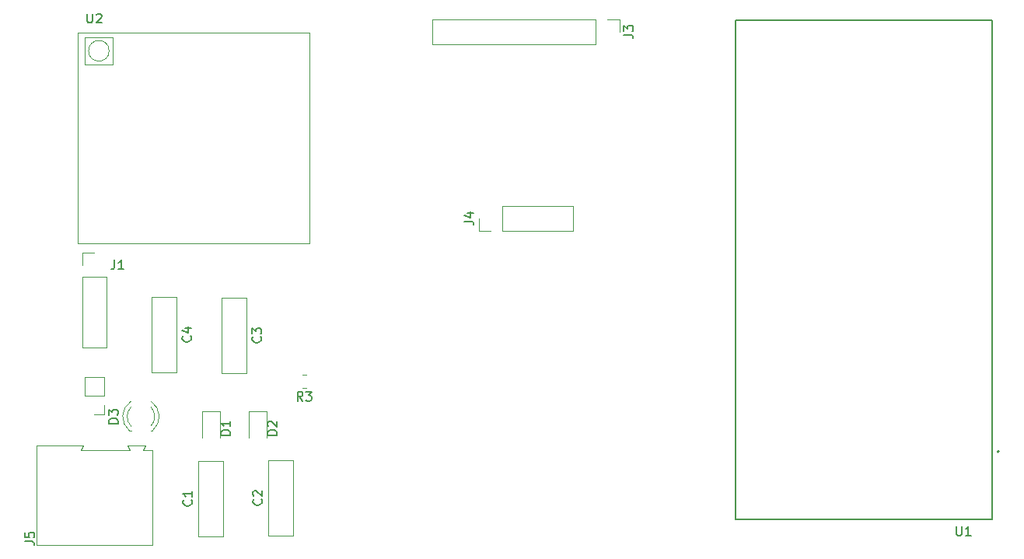
<source format=gbr>
%TF.GenerationSoftware,KiCad,Pcbnew,7.0.9*%
%TF.CreationDate,2024-06-26T15:28:39+02:00*%
%TF.ProjectId,esp32-with-gsm,65737033-322d-4776-9974-682d67736d2e,rev?*%
%TF.SameCoordinates,Original*%
%TF.FileFunction,Legend,Top*%
%TF.FilePolarity,Positive*%
%FSLAX46Y46*%
G04 Gerber Fmt 4.6, Leading zero omitted, Abs format (unit mm)*
G04 Created by KiCad (PCBNEW 7.0.9) date 2024-06-26 15:28:39*
%MOMM*%
%LPD*%
G01*
G04 APERTURE LIST*
%ADD10C,0.150000*%
%ADD11C,0.120000*%
%ADD12C,0.127000*%
%ADD13C,0.200000*%
G04 APERTURE END LIST*
D10*
X121484819Y-97258094D02*
X120484819Y-97258094D01*
X120484819Y-97258094D02*
X120484819Y-97019999D01*
X120484819Y-97019999D02*
X120532438Y-96877142D01*
X120532438Y-96877142D02*
X120627676Y-96781904D01*
X120627676Y-96781904D02*
X120722914Y-96734285D01*
X120722914Y-96734285D02*
X120913390Y-96686666D01*
X120913390Y-96686666D02*
X121056247Y-96686666D01*
X121056247Y-96686666D02*
X121246723Y-96734285D01*
X121246723Y-96734285D02*
X121341961Y-96781904D01*
X121341961Y-96781904D02*
X121437200Y-96877142D01*
X121437200Y-96877142D02*
X121484819Y-97019999D01*
X121484819Y-97019999D02*
X121484819Y-97258094D01*
X120580057Y-96305713D02*
X120532438Y-96258094D01*
X120532438Y-96258094D02*
X120484819Y-96162856D01*
X120484819Y-96162856D02*
X120484819Y-95924761D01*
X120484819Y-95924761D02*
X120532438Y-95829523D01*
X120532438Y-95829523D02*
X120580057Y-95781904D01*
X120580057Y-95781904D02*
X120675295Y-95734285D01*
X120675295Y-95734285D02*
X120770533Y-95734285D01*
X120770533Y-95734285D02*
X120913390Y-95781904D01*
X120913390Y-95781904D02*
X121484819Y-96353332D01*
X121484819Y-96353332D02*
X121484819Y-95734285D01*
X124293333Y-93544819D02*
X123960000Y-93068628D01*
X123721905Y-93544819D02*
X123721905Y-92544819D01*
X123721905Y-92544819D02*
X124102857Y-92544819D01*
X124102857Y-92544819D02*
X124198095Y-92592438D01*
X124198095Y-92592438D02*
X124245714Y-92640057D01*
X124245714Y-92640057D02*
X124293333Y-92735295D01*
X124293333Y-92735295D02*
X124293333Y-92878152D01*
X124293333Y-92878152D02*
X124245714Y-92973390D01*
X124245714Y-92973390D02*
X124198095Y-93021009D01*
X124198095Y-93021009D02*
X124102857Y-93068628D01*
X124102857Y-93068628D02*
X123721905Y-93068628D01*
X124626667Y-92544819D02*
X125245714Y-92544819D01*
X125245714Y-92544819D02*
X124912381Y-92925771D01*
X124912381Y-92925771D02*
X125055238Y-92925771D01*
X125055238Y-92925771D02*
X125150476Y-92973390D01*
X125150476Y-92973390D02*
X125198095Y-93021009D01*
X125198095Y-93021009D02*
X125245714Y-93116247D01*
X125245714Y-93116247D02*
X125245714Y-93354342D01*
X125245714Y-93354342D02*
X125198095Y-93449580D01*
X125198095Y-93449580D02*
X125150476Y-93497200D01*
X125150476Y-93497200D02*
X125055238Y-93544819D01*
X125055238Y-93544819D02*
X124769524Y-93544819D01*
X124769524Y-93544819D02*
X124674286Y-93497200D01*
X124674286Y-93497200D02*
X124626667Y-93449580D01*
X112159580Y-104346666D02*
X112207200Y-104394285D01*
X112207200Y-104394285D02*
X112254819Y-104537142D01*
X112254819Y-104537142D02*
X112254819Y-104632380D01*
X112254819Y-104632380D02*
X112207200Y-104775237D01*
X112207200Y-104775237D02*
X112111961Y-104870475D01*
X112111961Y-104870475D02*
X112016723Y-104918094D01*
X112016723Y-104918094D02*
X111826247Y-104965713D01*
X111826247Y-104965713D02*
X111683390Y-104965713D01*
X111683390Y-104965713D02*
X111492914Y-104918094D01*
X111492914Y-104918094D02*
X111397676Y-104870475D01*
X111397676Y-104870475D02*
X111302438Y-104775237D01*
X111302438Y-104775237D02*
X111254819Y-104632380D01*
X111254819Y-104632380D02*
X111254819Y-104537142D01*
X111254819Y-104537142D02*
X111302438Y-104394285D01*
X111302438Y-104394285D02*
X111350057Y-104346666D01*
X112254819Y-103394285D02*
X112254819Y-103965713D01*
X112254819Y-103679999D02*
X111254819Y-103679999D01*
X111254819Y-103679999D02*
X111397676Y-103775237D01*
X111397676Y-103775237D02*
X111492914Y-103870475D01*
X111492914Y-103870475D02*
X111540533Y-103965713D01*
X100838095Y-51374819D02*
X100838095Y-52184342D01*
X100838095Y-52184342D02*
X100885714Y-52279580D01*
X100885714Y-52279580D02*
X100933333Y-52327200D01*
X100933333Y-52327200D02*
X101028571Y-52374819D01*
X101028571Y-52374819D02*
X101219047Y-52374819D01*
X101219047Y-52374819D02*
X101314285Y-52327200D01*
X101314285Y-52327200D02*
X101361904Y-52279580D01*
X101361904Y-52279580D02*
X101409523Y-52184342D01*
X101409523Y-52184342D02*
X101409523Y-51374819D01*
X101838095Y-51470057D02*
X101885714Y-51422438D01*
X101885714Y-51422438D02*
X101980952Y-51374819D01*
X101980952Y-51374819D02*
X102219047Y-51374819D01*
X102219047Y-51374819D02*
X102314285Y-51422438D01*
X102314285Y-51422438D02*
X102361904Y-51470057D01*
X102361904Y-51470057D02*
X102409523Y-51565295D01*
X102409523Y-51565295D02*
X102409523Y-51660533D01*
X102409523Y-51660533D02*
X102361904Y-51803390D01*
X102361904Y-51803390D02*
X101790476Y-52374819D01*
X101790476Y-52374819D02*
X102409523Y-52374819D01*
X119779580Y-104266666D02*
X119827200Y-104314285D01*
X119827200Y-104314285D02*
X119874819Y-104457142D01*
X119874819Y-104457142D02*
X119874819Y-104552380D01*
X119874819Y-104552380D02*
X119827200Y-104695237D01*
X119827200Y-104695237D02*
X119731961Y-104790475D01*
X119731961Y-104790475D02*
X119636723Y-104838094D01*
X119636723Y-104838094D02*
X119446247Y-104885713D01*
X119446247Y-104885713D02*
X119303390Y-104885713D01*
X119303390Y-104885713D02*
X119112914Y-104838094D01*
X119112914Y-104838094D02*
X119017676Y-104790475D01*
X119017676Y-104790475D02*
X118922438Y-104695237D01*
X118922438Y-104695237D02*
X118874819Y-104552380D01*
X118874819Y-104552380D02*
X118874819Y-104457142D01*
X118874819Y-104457142D02*
X118922438Y-104314285D01*
X118922438Y-104314285D02*
X118970057Y-104266666D01*
X118970057Y-103885713D02*
X118922438Y-103838094D01*
X118922438Y-103838094D02*
X118874819Y-103742856D01*
X118874819Y-103742856D02*
X118874819Y-103504761D01*
X118874819Y-103504761D02*
X118922438Y-103409523D01*
X118922438Y-103409523D02*
X118970057Y-103361904D01*
X118970057Y-103361904D02*
X119065295Y-103314285D01*
X119065295Y-103314285D02*
X119160533Y-103314285D01*
X119160533Y-103314285D02*
X119303390Y-103361904D01*
X119303390Y-103361904D02*
X119874819Y-103933332D01*
X119874819Y-103933332D02*
X119874819Y-103314285D01*
X103806666Y-78194819D02*
X103806666Y-78909104D01*
X103806666Y-78909104D02*
X103759047Y-79051961D01*
X103759047Y-79051961D02*
X103663809Y-79147200D01*
X103663809Y-79147200D02*
X103520952Y-79194819D01*
X103520952Y-79194819D02*
X103425714Y-79194819D01*
X104806666Y-79194819D02*
X104235238Y-79194819D01*
X104520952Y-79194819D02*
X104520952Y-78194819D01*
X104520952Y-78194819D02*
X104425714Y-78337676D01*
X104425714Y-78337676D02*
X104330476Y-78432914D01*
X104330476Y-78432914D02*
X104235238Y-78480533D01*
X195486976Y-107200657D02*
X195486976Y-108010493D01*
X195486976Y-108010493D02*
X195534613Y-108105768D01*
X195534613Y-108105768D02*
X195582251Y-108153406D01*
X195582251Y-108153406D02*
X195677525Y-108201043D01*
X195677525Y-108201043D02*
X195868075Y-108201043D01*
X195868075Y-108201043D02*
X195963350Y-108153406D01*
X195963350Y-108153406D02*
X196010987Y-108105768D01*
X196010987Y-108105768D02*
X196058625Y-108010493D01*
X196058625Y-108010493D02*
X196058625Y-107200657D01*
X197059010Y-108201043D02*
X196487361Y-108201043D01*
X196773186Y-108201043D02*
X196773186Y-107200657D01*
X196773186Y-107200657D02*
X196677911Y-107343569D01*
X196677911Y-107343569D02*
X196582636Y-107438844D01*
X196582636Y-107438844D02*
X196487361Y-107486482D01*
X141904819Y-73993333D02*
X142619104Y-73993333D01*
X142619104Y-73993333D02*
X142761961Y-74040952D01*
X142761961Y-74040952D02*
X142857200Y-74136190D01*
X142857200Y-74136190D02*
X142904819Y-74279047D01*
X142904819Y-74279047D02*
X142904819Y-74374285D01*
X142238152Y-73088571D02*
X142904819Y-73088571D01*
X141857200Y-73326666D02*
X142571485Y-73564761D01*
X142571485Y-73564761D02*
X142571485Y-72945714D01*
X119699580Y-86566666D02*
X119747200Y-86614285D01*
X119747200Y-86614285D02*
X119794819Y-86757142D01*
X119794819Y-86757142D02*
X119794819Y-86852380D01*
X119794819Y-86852380D02*
X119747200Y-86995237D01*
X119747200Y-86995237D02*
X119651961Y-87090475D01*
X119651961Y-87090475D02*
X119556723Y-87138094D01*
X119556723Y-87138094D02*
X119366247Y-87185713D01*
X119366247Y-87185713D02*
X119223390Y-87185713D01*
X119223390Y-87185713D02*
X119032914Y-87138094D01*
X119032914Y-87138094D02*
X118937676Y-87090475D01*
X118937676Y-87090475D02*
X118842438Y-86995237D01*
X118842438Y-86995237D02*
X118794819Y-86852380D01*
X118794819Y-86852380D02*
X118794819Y-86757142D01*
X118794819Y-86757142D02*
X118842438Y-86614285D01*
X118842438Y-86614285D02*
X118890057Y-86566666D01*
X118794819Y-86233332D02*
X118794819Y-85614285D01*
X118794819Y-85614285D02*
X119175771Y-85947618D01*
X119175771Y-85947618D02*
X119175771Y-85804761D01*
X119175771Y-85804761D02*
X119223390Y-85709523D01*
X119223390Y-85709523D02*
X119271009Y-85661904D01*
X119271009Y-85661904D02*
X119366247Y-85614285D01*
X119366247Y-85614285D02*
X119604342Y-85614285D01*
X119604342Y-85614285D02*
X119699580Y-85661904D01*
X119699580Y-85661904D02*
X119747200Y-85709523D01*
X119747200Y-85709523D02*
X119794819Y-85804761D01*
X119794819Y-85804761D02*
X119794819Y-86090475D01*
X119794819Y-86090475D02*
X119747200Y-86185713D01*
X119747200Y-86185713D02*
X119699580Y-86233332D01*
X104174819Y-95988094D02*
X103174819Y-95988094D01*
X103174819Y-95988094D02*
X103174819Y-95749999D01*
X103174819Y-95749999D02*
X103222438Y-95607142D01*
X103222438Y-95607142D02*
X103317676Y-95511904D01*
X103317676Y-95511904D02*
X103412914Y-95464285D01*
X103412914Y-95464285D02*
X103603390Y-95416666D01*
X103603390Y-95416666D02*
X103746247Y-95416666D01*
X103746247Y-95416666D02*
X103936723Y-95464285D01*
X103936723Y-95464285D02*
X104031961Y-95511904D01*
X104031961Y-95511904D02*
X104127200Y-95607142D01*
X104127200Y-95607142D02*
X104174819Y-95749999D01*
X104174819Y-95749999D02*
X104174819Y-95988094D01*
X103174819Y-95083332D02*
X103174819Y-94464285D01*
X103174819Y-94464285D02*
X103555771Y-94797618D01*
X103555771Y-94797618D02*
X103555771Y-94654761D01*
X103555771Y-94654761D02*
X103603390Y-94559523D01*
X103603390Y-94559523D02*
X103651009Y-94511904D01*
X103651009Y-94511904D02*
X103746247Y-94464285D01*
X103746247Y-94464285D02*
X103984342Y-94464285D01*
X103984342Y-94464285D02*
X104079580Y-94511904D01*
X104079580Y-94511904D02*
X104127200Y-94559523D01*
X104127200Y-94559523D02*
X104174819Y-94654761D01*
X104174819Y-94654761D02*
X104174819Y-94940475D01*
X104174819Y-94940475D02*
X104127200Y-95035713D01*
X104127200Y-95035713D02*
X104079580Y-95083332D01*
X94064819Y-108853333D02*
X94779104Y-108853333D01*
X94779104Y-108853333D02*
X94921961Y-108900952D01*
X94921961Y-108900952D02*
X95017200Y-108996190D01*
X95017200Y-108996190D02*
X95064819Y-109139047D01*
X95064819Y-109139047D02*
X95064819Y-109234285D01*
X94064819Y-107900952D02*
X94064819Y-108377142D01*
X94064819Y-108377142D02*
X94541009Y-108424761D01*
X94541009Y-108424761D02*
X94493390Y-108377142D01*
X94493390Y-108377142D02*
X94445771Y-108281904D01*
X94445771Y-108281904D02*
X94445771Y-108043809D01*
X94445771Y-108043809D02*
X94493390Y-107948571D01*
X94493390Y-107948571D02*
X94541009Y-107900952D01*
X94541009Y-107900952D02*
X94636247Y-107853333D01*
X94636247Y-107853333D02*
X94874342Y-107853333D01*
X94874342Y-107853333D02*
X94969580Y-107900952D01*
X94969580Y-107900952D02*
X95017200Y-107948571D01*
X95017200Y-107948571D02*
X95064819Y-108043809D01*
X95064819Y-108043809D02*
X95064819Y-108281904D01*
X95064819Y-108281904D02*
X95017200Y-108377142D01*
X95017200Y-108377142D02*
X94969580Y-108424761D01*
X112079580Y-86486666D02*
X112127200Y-86534285D01*
X112127200Y-86534285D02*
X112174819Y-86677142D01*
X112174819Y-86677142D02*
X112174819Y-86772380D01*
X112174819Y-86772380D02*
X112127200Y-86915237D01*
X112127200Y-86915237D02*
X112031961Y-87010475D01*
X112031961Y-87010475D02*
X111936723Y-87058094D01*
X111936723Y-87058094D02*
X111746247Y-87105713D01*
X111746247Y-87105713D02*
X111603390Y-87105713D01*
X111603390Y-87105713D02*
X111412914Y-87058094D01*
X111412914Y-87058094D02*
X111317676Y-87010475D01*
X111317676Y-87010475D02*
X111222438Y-86915237D01*
X111222438Y-86915237D02*
X111174819Y-86772380D01*
X111174819Y-86772380D02*
X111174819Y-86677142D01*
X111174819Y-86677142D02*
X111222438Y-86534285D01*
X111222438Y-86534285D02*
X111270057Y-86486666D01*
X111508152Y-85629523D02*
X112174819Y-85629523D01*
X111127200Y-85867618D02*
X111841485Y-86105713D01*
X111841485Y-86105713D02*
X111841485Y-85486666D01*
X159264819Y-53673333D02*
X159979104Y-53673333D01*
X159979104Y-53673333D02*
X160121961Y-53720952D01*
X160121961Y-53720952D02*
X160217200Y-53816190D01*
X160217200Y-53816190D02*
X160264819Y-53959047D01*
X160264819Y-53959047D02*
X160264819Y-54054285D01*
X159264819Y-53292380D02*
X159264819Y-52673333D01*
X159264819Y-52673333D02*
X159645771Y-53006666D01*
X159645771Y-53006666D02*
X159645771Y-52863809D01*
X159645771Y-52863809D02*
X159693390Y-52768571D01*
X159693390Y-52768571D02*
X159741009Y-52720952D01*
X159741009Y-52720952D02*
X159836247Y-52673333D01*
X159836247Y-52673333D02*
X160074342Y-52673333D01*
X160074342Y-52673333D02*
X160169580Y-52720952D01*
X160169580Y-52720952D02*
X160217200Y-52768571D01*
X160217200Y-52768571D02*
X160264819Y-52863809D01*
X160264819Y-52863809D02*
X160264819Y-53149523D01*
X160264819Y-53149523D02*
X160217200Y-53244761D01*
X160217200Y-53244761D02*
X160169580Y-53292380D01*
X116404819Y-97258094D02*
X115404819Y-97258094D01*
X115404819Y-97258094D02*
X115404819Y-97019999D01*
X115404819Y-97019999D02*
X115452438Y-96877142D01*
X115452438Y-96877142D02*
X115547676Y-96781904D01*
X115547676Y-96781904D02*
X115642914Y-96734285D01*
X115642914Y-96734285D02*
X115833390Y-96686666D01*
X115833390Y-96686666D02*
X115976247Y-96686666D01*
X115976247Y-96686666D02*
X116166723Y-96734285D01*
X116166723Y-96734285D02*
X116261961Y-96781904D01*
X116261961Y-96781904D02*
X116357200Y-96877142D01*
X116357200Y-96877142D02*
X116404819Y-97019999D01*
X116404819Y-97019999D02*
X116404819Y-97258094D01*
X116404819Y-95734285D02*
X116404819Y-96305713D01*
X116404819Y-96019999D02*
X115404819Y-96019999D01*
X115404819Y-96019999D02*
X115547676Y-96115237D01*
X115547676Y-96115237D02*
X115642914Y-96210475D01*
X115642914Y-96210475D02*
X115690533Y-96305713D01*
D11*
%TO.C,D2*%
X120340000Y-94660000D02*
X118420000Y-94660000D01*
X118420000Y-94660000D02*
X118420000Y-97520000D01*
X120340000Y-97520000D02*
X120340000Y-94660000D01*
%TO.C,R3*%
X124687064Y-92175000D02*
X124232936Y-92175000D01*
X124687064Y-90705000D02*
X124232936Y-90705000D01*
%TO.C,C1*%
X112930000Y-108300000D02*
X115670000Y-108300000D01*
X112930000Y-108300000D02*
X112930000Y-100060000D01*
X115670000Y-108300000D02*
X115670000Y-100060000D01*
X112930000Y-100060000D02*
X115670000Y-100060000D01*
%TO.C,U2*%
X99800000Y-69220000D02*
X99800000Y-53420000D01*
X99800000Y-69220000D02*
X99800000Y-76420000D01*
X99800000Y-76420000D02*
X101600000Y-76420000D01*
X101600000Y-53420000D02*
X99800000Y-53420000D01*
X101600000Y-53420000D02*
X121600000Y-53420000D01*
X101600000Y-76420000D02*
X119600000Y-76420000D01*
X119600000Y-76420000D02*
X125000000Y-76420000D01*
X121600000Y-53420000D02*
X124600000Y-53420000D01*
X125000000Y-53420000D02*
X124600000Y-53420000D01*
X125000000Y-76420000D02*
X125000000Y-53420000D01*
X100600000Y-53920000D02*
X103600000Y-53920000D01*
X103600000Y-53920000D02*
X103600000Y-56920000D01*
X103600000Y-56920000D02*
X100600000Y-56920000D01*
X100600000Y-56920000D02*
X100600000Y-53920000D01*
X103218034Y-55420000D02*
G75*
G03*
X103218034Y-55420000I-1118034J0D01*
G01*
%TO.C,C2*%
X120550000Y-108220000D02*
X123290000Y-108220000D01*
X120550000Y-108220000D02*
X120550000Y-99980000D01*
X123290000Y-108220000D02*
X123290000Y-99980000D01*
X120550000Y-99980000D02*
X123290000Y-99980000D01*
%TO.C,CFG1*%
X102660000Y-95040000D02*
X101600000Y-95040000D01*
X102660000Y-93980000D02*
X102660000Y-95040000D01*
X102660000Y-92980000D02*
X102660000Y-90920000D01*
X102660000Y-92980000D02*
X100540000Y-92980000D01*
X102660000Y-90920000D02*
X100540000Y-90920000D01*
X100540000Y-92980000D02*
X100540000Y-90920000D01*
%TO.C,J1*%
X100270000Y-77410000D02*
X101600000Y-77410000D01*
X100270000Y-78740000D02*
X100270000Y-77410000D01*
X100270000Y-80010000D02*
X100270000Y-87690000D01*
X100270000Y-80010000D02*
X102930000Y-80010000D01*
X100270000Y-87690000D02*
X102930000Y-87690000D01*
X102930000Y-80010000D02*
X102930000Y-87690000D01*
D12*
%TO.C,U1*%
X199370000Y-106450000D02*
X171470000Y-106450000D01*
X199370000Y-52050000D02*
X199370000Y-106450000D01*
X171470000Y-106450000D02*
X171470000Y-52050000D01*
X171470000Y-52050000D02*
X199370000Y-52050000D01*
D13*
X200120000Y-99060000D02*
G75*
G03*
X200120000Y-99060000I-100000J0D01*
G01*
D11*
%TO.C,J4*%
X143450000Y-74990000D02*
X143450000Y-73660000D01*
X144780000Y-74990000D02*
X143450000Y-74990000D01*
X146050000Y-74990000D02*
X153730000Y-74990000D01*
X146050000Y-74990000D02*
X146050000Y-72330000D01*
X153730000Y-74990000D02*
X153730000Y-72330000D01*
X146050000Y-72330000D02*
X153730000Y-72330000D01*
%TO.C,C3*%
X118210000Y-82280000D02*
X115470000Y-82280000D01*
X118210000Y-82280000D02*
X118210000Y-90520000D01*
X115470000Y-82280000D02*
X115470000Y-90520000D01*
X118210000Y-90520000D02*
X115470000Y-90520000D01*
%TO.C,D3*%
X105444000Y-96810000D02*
X105600000Y-96810000D01*
X107760000Y-96810000D02*
X107916000Y-96810000D01*
X105601392Y-93577666D02*
G75*
G03*
X105444485Y-96809999I1078608J-1672334D01*
G01*
X105600164Y-94208871D02*
G75*
G03*
X105600001Y-96290960I1079836J-1041129D01*
G01*
X107759999Y-96290960D02*
G75*
G03*
X107759836Y-94208871I-1079999J1040960D01*
G01*
X107915515Y-96809999D02*
G75*
G03*
X107758608Y-93577666I-1235515J1559999D01*
G01*
%TO.C,J5*%
X95300000Y-109250000D02*
X107900000Y-109250000D01*
X107900000Y-109250000D02*
X107900000Y-98900000D01*
X100100000Y-98900000D02*
X100400000Y-98400000D01*
X105500000Y-98900000D02*
X100100000Y-98900000D01*
X106950000Y-98900000D02*
X107200000Y-98400000D01*
X107900000Y-98900000D02*
X106950000Y-98900000D01*
X95300000Y-98400000D02*
X95300000Y-109250000D01*
X100400000Y-98400000D02*
X95300000Y-98400000D01*
X105250000Y-98400000D02*
X105500000Y-98900000D01*
X105300000Y-98400000D02*
X105250000Y-98400000D01*
X107200000Y-98400000D02*
X105300000Y-98400000D01*
%TO.C,C4*%
X110590000Y-82200000D02*
X107850000Y-82200000D01*
X110590000Y-82200000D02*
X110590000Y-90440000D01*
X107850000Y-82200000D02*
X107850000Y-90440000D01*
X110590000Y-90440000D02*
X107850000Y-90440000D01*
%TO.C,J3*%
X158810000Y-52010000D02*
X158810000Y-53340000D01*
X157480000Y-52010000D02*
X158810000Y-52010000D01*
X156210000Y-52010000D02*
X138370000Y-52010000D01*
X156210000Y-52010000D02*
X156210000Y-54670000D01*
X138370000Y-52010000D02*
X138370000Y-54670000D01*
X156210000Y-54670000D02*
X138370000Y-54670000D01*
%TO.C,D1*%
X115260000Y-94660000D02*
X113340000Y-94660000D01*
X113340000Y-94660000D02*
X113340000Y-97520000D01*
X115260000Y-97520000D02*
X115260000Y-94660000D01*
%TD*%
M02*

</source>
